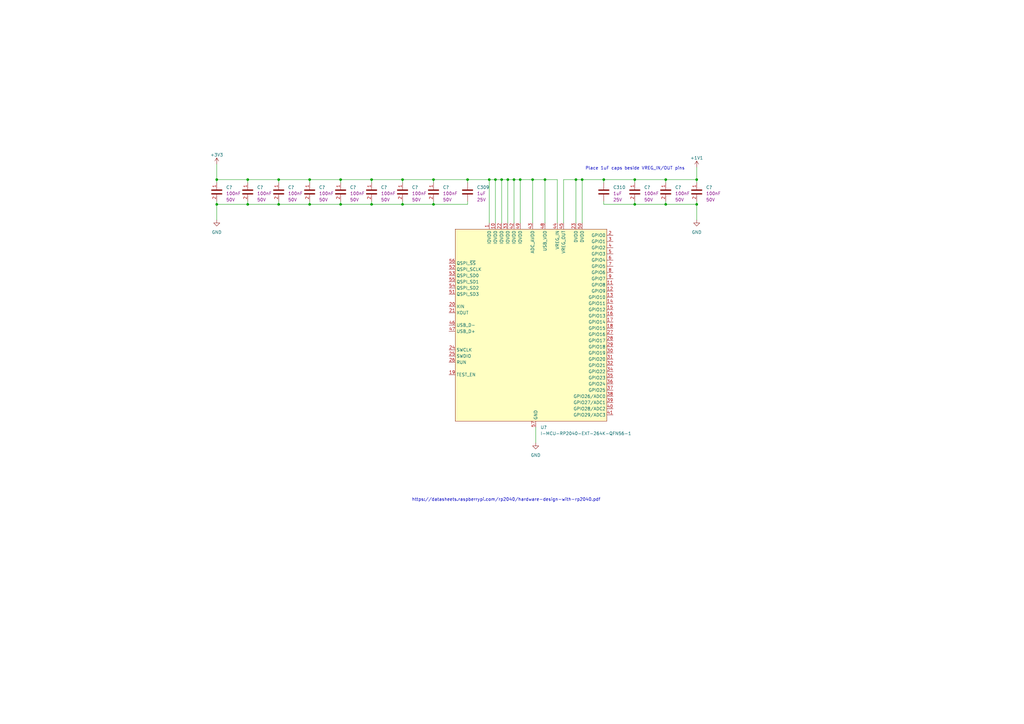
<source format=kicad_sch>
(kicad_sch (version 20230121) (generator eeschema)
  (paper "A3")
  (title_block (title "MCU") (rev "V1.0.0"))
  (lib_symbols
    (symbol "MKL-Capacitor:C-0603-100NF-50V-1"
      (property "Reference" "C" (at 2.54 2.54 0))
      (property "Capacitance" "100nF" (at 2.54 0 0))
      (property "Voltage Rating" "50V" (at 2.54 -2.54 0))
      (symbol "C-0603-100NF-50V-1_1_1"
        (polyline (pts (xy -2.032 -0.762) (xy 2.032 -0.762)) (stroke (width 0.508)))
        (polyline (pts (xy -2.032 0.762) (xy 2.032 0.762)) (stroke (width 0.508)))
        (pin passive line (at 0 3.81 270) (length 2.794) (name "~") (number "1"))
        (pin passive line (at 0 -3.81 90) (length 2.794) (name "~") (number "2"))
      )
    )
    (symbol "MKL-Capacitor:C-0603-1UF-25V-1" (pin_numbers hide)
      (property "Reference" "C" (at 2.54 2.54 0))
      (property "Capacitance" "1uF" (at 2.54 0 0))
      (property "Voltage Rating" "25V" (at 2.54 -2.54 0))
      (symbol "C-0603-1UF-25V-1_1_1"
        (polyline (pts (xy -2.032 -0.762) (xy 2.032 -0.762)) (stroke (width 0.508)))
        (polyline (pts (xy -2.032 0.762) (xy 2.032 0.762)) (stroke (width 0.508)))
        (pin passive line (at 0 3.81 270) (length 2.794) (name "~") (number "1"))
        (pin passive line (at 0 -3.81 90) (length 2.794) (name "~") (number "2"))
      )
    )
    (symbol "MKL-IC-MCU:I-MCU-RP2040-EXT-264K-QFN56-1"
      (property "Reference" "U" (at -59.69 43.18 0))
      (property "Value" "I-MCU-RP2040-EXT-264K-QFN56-1" (at -59.69 40.64 0))
      (symbol "I-MCU-RP2040-EXT-264K-QFN56-1_0_1"
        (rectangle (start -33.02 39.37) (end 29.21 -39.37) (fill (type background)))
      )
      (symbol "I-MCU-RP2040-EXT-264K-QFN56-1_1_1"
        (pin power_in line (at -19.05 41.91 270) (length 2.54) (name "IOVDD") (number "1"))
        (pin power_in line (at -16.51 41.91 270) (length 2.54) (name "IOVDD") (number "10"))
        (pin bidirectional line (at 31.75 16.51 180) (length 2.54) (name "GPIO8") (number "11"))
        (pin bidirectional line (at 31.75 13.97 180) (length 2.54) (name "GPIO9") (number "12"))
        (pin bidirectional line (at 31.75 11.43 180) (length 2.54) (name "GPIO10") (number "13"))
        (pin bidirectional line (at 31.75 8.89 180) (length 2.54) (name "GPIO11") (number "14"))
        (pin bidirectional line (at 31.75 6.35 180) (length 2.54) (name "GPIO12") (number "15"))
        (pin bidirectional line (at 31.75 3.81 180) (length 2.54) (name "GPIO13") (number "16"))
        (pin bidirectional line (at 31.75 1.27 180) (length 2.54) (name "GPIO14") (number "17"))
        (pin bidirectional line (at 31.75 -1.27 180) (length 2.54) (name "GPIO15") (number "18"))
        (pin passive line (at -35.56 -20.32 0) (length 2.54) (name "TEST_EN") (number "19"))
        (pin bidirectional line (at 31.75 36.83 180) (length 2.54) (name "GPIO0") (number "2"))
        (pin passive line (at -35.56 7.62 0) (length 2.54) (name "XIN") (number "20"))
        (pin passive line (at -35.56 5.08 0) (length 2.54) (name "XOUT") (number "21"))
        (pin power_in line (at -13.97 41.91 270) (length 2.54) (name "IOVDD") (number "22"))
        (pin power_in line (at 16.51 41.91 270) (length 2.54) (name "DVDD") (number "23"))
        (pin input line (at -35.56 -10.16 0) (length 2.54) (name "SWCLK") (number "24"))
        (pin bidirectional line (at -35.56 -12.7 0) (length 2.54) (name "SWDIO") (number "25"))
        (pin input line (at -35.56 -15.24 0) (length 2.54) (name "RUN") (number "26"))
        (pin bidirectional line (at 31.75 -3.81 180) (length 2.54) (name "GPIO16") (number "27"))
        (pin bidirectional line (at 31.75 -6.35 180) (length 2.54) (name "GPIO17") (number "28"))
        (pin bidirectional line (at 31.75 -8.89 180) (length 2.54) (name "GPIO18") (number "29"))
        (pin bidirectional line (at 31.75 34.29 180) (length 2.54) (name "GPIO1") (number "3"))
        (pin bidirectional line (at 31.75 -11.43 180) (length 2.54) (name "GPIO19") (number "30"))
        (pin bidirectional line (at 31.75 -13.97 180) (length 2.54) (name "GPIO20") (number "31"))
        (pin bidirectional line (at 31.75 -16.51 180) (length 2.54) (name "GPIO21") (number "32"))
        (pin power_in line (at -11.43 41.91 270) (length 2.54) (name "IOVDD") (number "33"))
        (pin bidirectional line (at 31.75 -19.05 180) (length 2.54) (name "GPIO22") (number "34"))
        (pin bidirectional line (at 31.75 -21.59 180) (length 2.54) (name "GPIO23") (number "35"))
        (pin bidirectional line (at 31.75 -24.13 180) (length 2.54) (name "GPIO24") (number "36"))
        (pin bidirectional line (at 31.75 -26.67 180) (length 2.54) (name "GPIO25") (number "37"))
        (pin bidirectional line (at 31.75 -29.21 180) (length 2.54) (name "GPIO26/ADC0") (number "38"))
        (pin bidirectional line (at 31.75 -31.75 180) (length 2.54) (name "GPIO27/ADC1") (number "39"))
        (pin bidirectional line (at 31.75 31.75 180) (length 2.54) (name "GPIO2") (number "4"))
        (pin bidirectional line (at 31.75 -34.29 180) (length 2.54) (name "GPIO28/ADC2") (number "40"))
        (pin bidirectional line (at 31.75 -36.83 180) (length 2.54) (name "GPIO29/ADC3") (number "41"))
        (pin power_in line (at -8.89 41.91 270) (length 2.54) (name "IOVDD") (number "42"))
        (pin power_in line (at -1.27 41.91 270) (length 2.54) (name "ADC_AVDD") (number "43"))
        (pin power_in line (at 8.89 41.91 270) (length 2.54) (name "VREG_IN") (number "44"))
        (pin power_in line (at 11.43 41.91 270) (length 2.54) (name "VREG_OUT") (number "45"))
        (pin bidirectional line (at -35.56 0 0) (length 2.54) (name "USB_D-") (number "46"))
        (pin bidirectional line (at -35.56 -2.54 0) (length 2.54) (name "USB_D+") (number "47"))
        (pin power_in line (at 3.81 41.91 270) (length 2.54) (name "USB_VDD") (number "48"))
        (pin power_in line (at -6.35 41.91 270) (length 2.54) (name "IOVDD") (number "49"))
        (pin bidirectional line (at 31.75 29.21 180) (length 2.54) (name "GPIO3") (number "5"))
        (pin power_in line (at 19.05 41.91 270) (length 2.54) (name "DVDD") (number "50"))
        (pin bidirectional line (at -35.56 12.7 0) (length 2.54) (name "QSPI_SD3") (number "51"))
        (pin output line (at -35.56 22.86 0) (length 2.54) (name "QSPI_SCLK") (number "52"))
        (pin bidirectional line (at -35.56 20.32 0) (length 2.54) (name "QSPI_SD0") (number "53"))
        (pin bidirectional line (at -35.56 15.24 0) (length 2.54) (name "QSPI_SD2") (number "54"))
        (pin bidirectional line (at -35.56 17.78 0) (length 2.54) (name "QSPI_SD1") (number "55"))
        (pin output line (at -35.56 25.4 0) (length 2.54) (name "QSPI_~{SS}") (number "56"))
        (pin power_in line (at 0 -41.91 90) (length 2.54) (name "GND") (number "57"))
        (pin bidirectional line (at 31.75 26.67 180) (length 2.54) (name "GPIO4") (number "6"))
        (pin bidirectional line (at 31.75 24.13 180) (length 2.54) (name "GPIO5") (number "7"))
        (pin bidirectional line (at 31.75 21.59 180) (length 2.54) (name "GPIO6") (number "8"))
        (pin bidirectional line (at 31.75 19.05 180) (length 2.54) (name "GPIO7") (number "9"))
      )
    )
    (symbol "power:+1V1" (power) (pin_names (offset 0))
      (property "Value" "+1V1" (at 0 3.556 0))
      (symbol "+1V1_0_1"
        (polyline (pts (xy -0.762 1.27) (xy 0 2.54)))
        (polyline (pts (xy 0 0) (xy 0 2.54)))
        (polyline (pts (xy 0 2.54) (xy 0.762 1.27)))
      )
      (symbol "+1V1_1_1"
        (pin power_in line (at 0 0 90) (length 0) hide (name "+1V1") (number "1"))
      )
    )
    (symbol "power:+3V3" (power) (pin_names (offset 0))
      (property "Value" "+3V3" (at 0 3.556 0))
      (symbol "+3V3_0_1"
        (polyline (pts (xy -0.762 1.27) (xy 0 2.54)))
        (polyline (pts (xy 0 0) (xy 0 2.54)))
        (polyline (pts (xy 0 2.54) (xy 0.762 1.27)))
      )
      (symbol "+3V3_1_1"
        (pin power_in line (at 0 0 90) (length 0) hide (name "+3V3") (number "1"))
      )
    )
    (symbol "power:GND" (power) (pin_names (offset 0))
      (property "Value" "GND" (at 0 -3.81 0))
      (symbol "GND_0_1"
        (polyline (pts (xy 0 0) (xy 0 -1.27) (xy 1.27 -1.27) (xy 0 -2.54) (xy -1.27 -1.27) (xy 0 -1.27)))
      )
      (symbol "GND_1_1"
        (pin power_in line (at 0 0 270) (length 0) hide (name "GND") (number "1"))
      )
    )
  )
  (junction (at 273.05 73.66))
  (junction (at 152.4 83.82))
  (junction (at 177.8 83.82))
  (junction (at 213.36 73.66))
  (junction (at 218.44 73.66))
  (junction (at 127 73.66))
  (junction (at 101.6 73.66))
  (junction (at 165.1 73.66))
  (junction (at 88.9 73.66))
  (junction (at 88.9 83.82))
  (junction (at 205.74 73.66))
  (junction (at 285.75 73.66))
  (junction (at 210.82 73.66))
  (junction (at 191.77 73.66))
  (junction (at 208.28 73.66))
  (junction (at 247.65 73.66))
  (junction (at 260.35 83.82))
  (junction (at 139.7 83.82))
  (junction (at 285.75 83.82))
  (junction (at 223.52 73.66))
  (junction (at 114.3 83.82))
  (junction (at 139.7 73.66))
  (junction (at 127 83.82))
  (junction (at 260.35 73.66))
  (junction (at 200.66 73.66))
  (junction (at 273.05 83.82))
  (junction (at 152.4 73.66))
  (junction (at 101.6 83.82))
  (junction (at 165.1 83.82))
  (junction (at 203.2 73.66))
  (junction (at 114.3 73.66))
  (junction (at 236.22 73.66))
  (junction (at 177.8 73.66))
  (junction (at 238.76 73.66))
  (wire (pts (xy 205.74 73.66) (xy 208.28 73.66)))
  (wire (pts (xy 210.82 73.66) (xy 213.36 73.66)))
  (wire (pts (xy 127 82.55) (xy 127 83.82)))
  (wire (pts (xy 139.7 82.55) (xy 139.7 83.82)))
  (wire (pts (xy 247.65 74.93) (xy 247.65 73.66)))
  (wire (pts (xy 114.3 83.82) (xy 101.6 83.82)))
  (wire (pts (xy 127 73.66) (xy 114.3 73.66)))
  (wire (pts (xy 223.52 73.66) (xy 228.6 73.66)))
  (wire (pts (xy 285.75 74.93) (xy 285.75 73.66)))
  (wire (pts (xy 203.2 73.66) (xy 205.74 73.66)))
  (wire (pts (xy 210.82 73.66) (xy 210.82 91.44)))
  (wire (pts (xy 208.28 73.66) (xy 208.28 91.44)))
  (wire (pts (xy 101.6 73.66) (xy 88.9 73.66)))
  (wire (pts (xy 213.36 73.66) (xy 218.44 73.66)))
  (wire (pts (xy 152.4 74.93) (xy 152.4 73.66)))
  (wire (pts (xy 260.35 73.66) (xy 247.65 73.66)))
  (wire (pts (xy 260.35 83.82) (xy 247.65 83.82)))
  (wire (pts (xy 165.1 73.66) (xy 152.4 73.66)))
  (wire (pts (xy 285.75 83.82) (xy 273.05 83.82)))
  (wire (pts (xy 205.74 73.66) (xy 205.74 91.44)))
  (wire (pts (xy 177.8 73.66) (xy 165.1 73.66)))
  (wire (pts (xy 260.35 82.55) (xy 260.35 83.82)))
  (wire (pts (xy 88.9 83.82) (xy 88.9 90.17)))
  (wire (pts (xy 231.14 73.66) (xy 236.22 73.66)))
  (wire (pts (xy 101.6 82.55) (xy 101.6 83.82)))
  (wire (pts (xy 231.14 91.44) (xy 231.14 73.66)))
  (wire (pts (xy 177.8 83.82) (xy 165.1 83.82)))
  (wire (pts (xy 152.4 73.66) (xy 139.7 73.66)))
  (wire (pts (xy 218.44 73.66) (xy 223.52 73.66)))
  (wire (pts (xy 152.4 83.82) (xy 139.7 83.82)))
  (wire (pts (xy 101.6 83.82) (xy 88.9 83.82)))
  (wire (pts (xy 177.8 82.55) (xy 177.8 83.82)))
  (wire (pts (xy 165.1 83.82) (xy 152.4 83.82)))
  (wire (pts (xy 273.05 83.82) (xy 260.35 83.82)))
  (wire (pts (xy 219.71 175.26) (xy 219.71 181.61)))
  (wire (pts (xy 165.1 74.93) (xy 165.1 73.66)))
  (wire (pts (xy 238.76 73.66) (xy 238.76 91.44)))
  (wire (pts (xy 285.75 82.55) (xy 285.75 83.82)))
  (wire (pts (xy 200.66 73.66) (xy 203.2 73.66)))
  (wire (pts (xy 139.7 83.82) (xy 127 83.82)))
  (wire (pts (xy 285.75 68.58) (xy 285.75 73.66)))
  (wire (pts (xy 208.28 73.66) (xy 210.82 73.66)))
  (wire (pts (xy 114.3 74.93) (xy 114.3 73.66)))
  (wire (pts (xy 177.8 74.93) (xy 177.8 73.66)))
  (wire (pts (xy 191.77 73.66) (xy 191.77 74.93)))
  (wire (pts (xy 114.3 82.55) (xy 114.3 83.82)))
  (wire (pts (xy 191.77 73.66) (xy 200.66 73.66)))
  (wire (pts (xy 88.9 73.66) (xy 88.9 74.93)))
  (wire (pts (xy 273.05 73.66) (xy 260.35 73.66)))
  (wire (pts (xy 273.05 82.55) (xy 273.05 83.82)))
  (wire (pts (xy 285.75 73.66) (xy 273.05 73.66)))
  (wire (pts (xy 236.22 73.66) (xy 238.76 73.66)))
  (wire (pts (xy 165.1 82.55) (xy 165.1 83.82)))
  (wire (pts (xy 260.35 74.93) (xy 260.35 73.66)))
  (wire (pts (xy 218.44 91.44) (xy 218.44 73.66)))
  (wire (pts (xy 127 83.82) (xy 114.3 83.82)))
  (wire (pts (xy 247.65 82.55) (xy 247.65 83.82)))
  (wire (pts (xy 238.76 73.66) (xy 247.65 73.66)))
  (wire (pts (xy 152.4 82.55) (xy 152.4 83.82)))
  (wire (pts (xy 88.9 82.55) (xy 88.9 83.82)))
  (wire (pts (xy 236.22 73.66) (xy 236.22 91.44)))
  (wire (pts (xy 223.52 73.66) (xy 223.52 91.44)))
  (wire (pts (xy 114.3 73.66) (xy 101.6 73.66)))
  (wire (pts (xy 101.6 74.93) (xy 101.6 73.66)))
  (wire (pts (xy 88.9 67.31) (xy 88.9 73.66)))
  (wire (pts (xy 191.77 83.82) (xy 177.8 83.82)))
  (wire (pts (xy 203.2 73.66) (xy 203.2 91.44)))
  (wire (pts (xy 177.8 73.66) (xy 191.77 73.66)))
  (wire (pts (xy 127 74.93) (xy 127 73.66)))
  (wire (pts (xy 139.7 74.93) (xy 139.7 73.66)))
  (wire (pts (xy 228.6 73.66) (xy 228.6 91.44)))
  (wire (pts (xy 200.66 73.66) (xy 200.66 91.44)))
  (wire (pts (xy 273.05 74.93) (xy 273.05 73.66)))
  (wire (pts (xy 191.77 82.55) (xy 191.77 83.82)))
  (wire (pts (xy 139.7 73.66) (xy 127 73.66)))
  (wire (pts (xy 213.36 73.66) (xy 213.36 91.44)))
  (wire (pts (xy 285.75 83.82) (xy 285.75 90.17)))
  (text "https://datasheets.raspberrypi.com/rp2040/hardware-design-with-rp2040.pdf" (at 168.91 205.74 0) (effects (font (size 1.27 1.27)) (justify left bottom)))
  (text "Place 1uF caps beside VREG_IN/OUT pins" (at 240.03 69.85 0) (effects (font (size 1.27 1.27)) (justify left bottom)))
  (symbol (lib_id "MKL-Capacitor:C-0603-100NF-50V-1") (at 285.75 78.74 0) (unit 1)
    (property "Reference" "C?" (at 289.56 76.835 0) (effects (justify left)))
    (property "Value" "C-0603-100NF-50V-1" (effects hide))
    (property "Footprint" "MKL-Capacitor:C_0603_1608Metric" (effects hide))
    (property "Datasheet" "https://weblib.samsungsem.com/mlcc/mlcc-ec-data-sheet.do?partNumber=CL10B104KB8NNN" (effects hide))
    (property "Manufacturer" "Samsung Electro-Mechanics" (effects hide))
    (property "Manufacturer Part Number" "CL10B104KB8NNNC" (effects hide))
    (property "Supplier" "DigiKey" (effects hide))
    (property "Supplier Part Number" "1276-1000-1-ND" (effects hide))
    (property "Mounting" "SMD" (effects hide))
    (property "Substitution Category" "FREE" (effects hide))
    (property "Capacitance" "100nF" (at 289.56 79.375 0) (effects (justify left)))
    (property "Voltage Rating" "50V" (at 289.56 81.915 0) (effects (justify left)))
    (property "Dielectric Constant" "X7R" (effects hide))
    (instances (project "Synthetic-Fireflies" (path "" (reference "C?") (unit 1)) (path "" (reference "C313") (unit 1))))
  )
  (symbol (lib_id "MKL-IC-MCU:I-MCU-RP2040-EXT-264K-QFN56-1") (at 219.71 133.35 0) (unit 1)
    (property "Reference" "U?" (at 221.6659 175.26 0) (effects (justify left)))
    (property "Value" "I-MCU-RP2040-EXT-264K-QFN56-1" (at 221.6659 177.8 0) (effects (justify left)))
    (property "Footprint" "MKL-QFN:QFN-56_1EP_7x7mm_P0.5mm" (effects hide))
    (property "Datasheet" "https://datasheets.raspberrypi.com/rp2040/rp2040-datasheet.pdf" (effects hide))
    (property "Manufacturer" "Raspberry Pi" (effects hide))
    (property "Manufacturer Part Number" "SC0914(13)" (effects hide))
    (property "Supplier" "DigiKey" (effects hide))
    (property "Supplier Part Number" "2648-SC0914(13)CT-ND" (effects hide))
    (property "Mounting" "SMD" (effects hide))
    (property "Substitution Category" "ASK" (effects hide))
    (instances (project "Synthetic-Fireflies" (path "" (reference "U?") (unit 1)) (path "" (reference "U301") (unit 1))))
  )
  (symbol (lib_id "power:+1V1") (at 285.75 68.58 0) (unit 1)
    (property "Reference" "#PWR?" (effects hide))
    (property "Value" "+1V1" (at 285.75 64.77 0))
    (instances (project "Synthetic-Fireflies" (path "" (reference "#PWR?") (unit 1)) (path "" (reference "#PWR0302") (unit 1))))
  )
  (symbol (lib_id "MKL-Capacitor:C-0603-1UF-25V-1") (at 247.65 78.74 0) (unit 1)
    (property "Reference" "C310" (at 251.46 76.835 0) (effects (justify left)))
    (property "Value" "C-0603-1UF-25V-1" (effects hide))
    (property "Footprint" "MKL-Capacitor:C_0603_1608Metric" (effects hide))
    (property "Datasheet" "https://weblib.samsungsem.com/mlcc/mlcc-ec-data-sheet.do?partNumber=CL10A105KA8NNN" (effects hide))
    (property "Manufacturer" "Samsung Electro-Mechanics" (effects hide))
    (property "Manufacturer Part Number" "CL10A105KA8NNNC" (effects hide))
    (property "Supplier" "DigiKey" (effects hide))
    (property "Supplier Part Number" "1276-1102-1-ND" (effects hide))
    (property "Mounting" "SMD" (effects hide))
    (property "Substitution Category" "FREE" (effects hide))
    (property "Capacitance" "1uF" (at 251.46 79.375 0) (effects (justify left)))
    (property "Voltage Rating" "25V" (at 251.46 81.915 0) (effects (justify left)))
    (property "Dielectric Constant" "X5R" (effects hide))
  )
  (symbol (lib_id "power:GND") (at 219.71 181.61 0) (unit 1)
    (property "Reference" "#PWR?" (effects hide))
    (property "Value" "GND" (at 219.71 186.69 0))
    (instances (project "Synthetic-Fireflies" (path "" (reference "#PWR?") (unit 1)) (path "" (reference "#PWR0305") (unit 1))))
  )
  (symbol (lib_id "MKL-Capacitor:C-0603-100NF-50V-1") (at 273.05 78.74 0) (unit 1)
    (property "Reference" "C?" (at 276.86 76.835 0) (effects (justify left)))
    (property "Value" "C-0603-100NF-50V-1" (effects hide))
    (property "Footprint" "MKL-Capacitor:C_0603_1608Metric" (effects hide))
    (property "Datasheet" "https://weblib.samsungsem.com/mlcc/mlcc-ec-data-sheet.do?partNumber=CL10B104KB8NNN" (effects hide))
    (property "Manufacturer" "Samsung Electro-Mechanics" (effects hide))
    (property "Manufacturer Part Number" "CL10B104KB8NNNC" (effects hide))
    (property "Supplier" "DigiKey" (effects hide))
    (property "Supplier Part Number" "1276-1000-1-ND" (effects hide))
    (property "Mounting" "SMD" (effects hide))
    (property "Substitution Category" "FREE" (effects hide))
    (property "Capacitance" "100nF" (at 276.86 79.375 0) (effects (justify left)))
    (property "Voltage Rating" "50V" (at 276.86 81.915 0) (effects (justify left)))
    (property "Dielectric Constant" "X7R" (effects hide))
    (instances (project "Synthetic-Fireflies" (path "" (reference "C?") (unit 1)) (path "" (reference "C312") (unit 1))))
  )
  (symbol (lib_id "MKL-Capacitor:C-0603-100NF-50V-1") (at 152.4 78.74 0) (unit 1)
    (property "Reference" "C?" (at 156.21 76.835 0) (effects (justify left)))
    (property "Value" "C-0603-100NF-50V-1" (effects hide))
    (property "Footprint" "MKL-Capacitor:C_0603_1608Metric" (effects hide))
    (property "Datasheet" "https://weblib.samsungsem.com/mlcc/mlcc-ec-data-sheet.do?partNumber=CL10B104KB8NNN" (effects hide))
    (property "Manufacturer" "Samsung Electro-Mechanics" (effects hide))
    (property "Manufacturer Part Number" "CL10B104KB8NNNC" (effects hide))
    (property "Supplier" "DigiKey" (effects hide))
    (property "Supplier Part Number" "1276-1000-1-ND" (effects hide))
    (property "Mounting" "SMD" (effects hide))
    (property "Substitution Category" "FREE" (effects hide))
    (property "Capacitance" "100nF" (at 156.21 79.375 0) (effects (justify left)))
    (property "Voltage Rating" "50V" (at 156.21 81.915 0) (effects (justify left)))
    (property "Dielectric Constant" "X7R" (effects hide))
    (instances (project "Synthetic-Fireflies" (path "" (reference "C?") (unit 1)) (path "" (reference "C306") (unit 1))))
  )
  (symbol (lib_id "power:+3V3") (at 88.9 67.31 0) (unit 1)
    (property "Reference" "#PWR?" (effects hide))
    (property "Value" "+3V3" (at 88.9 63.5 0))
    (instances (project "Synthetic-Fireflies" (path "" (reference "#PWR?") (unit 1)) (path "" (reference "#PWR0301") (unit 1))))
  )
  (symbol (lib_id "MKL-Capacitor:C-0603-100NF-50V-1") (at 127 78.74 0) (unit 1)
    (property "Reference" "C?" (at 130.81 76.835 0) (effects (justify left)))
    (property "Value" "C-0603-100NF-50V-1" (effects hide))
    (property "Footprint" "MKL-Capacitor:C_0603_1608Metric" (effects hide))
    (property "Datasheet" "https://weblib.samsungsem.com/mlcc/mlcc-ec-data-sheet.do?partNumber=CL10B104KB8NNN" (effects hide))
    (property "Manufacturer" "Samsung Electro-Mechanics" (effects hide))
    (property "Manufacturer Part Number" "CL10B104KB8NNNC" (effects hide))
    (property "Supplier" "DigiKey" (effects hide))
    (property "Supplier Part Number" "1276-1000-1-ND" (effects hide))
    (property "Mounting" "SMD" (effects hide))
    (property "Substitution Category" "FREE" (effects hide))
    (property "Capacitance" "100nF" (at 130.81 79.375 0) (effects (justify left)))
    (property "Voltage Rating" "50V" (at 130.81 81.915 0) (effects (justify left)))
    (property "Dielectric Constant" "X7R" (effects hide))
    (instances (project "Synthetic-Fireflies" (path "" (reference "C?") (unit 1)) (path "" (reference "C304") (unit 1))))
  )
  (symbol (lib_id "power:GND") (at 88.9 90.17 0) (unit 1)
    (property "Reference" "#PWR?" (effects hide))
    (property "Value" "GND" (at 88.9 95.25 0))
    (instances (project "Synthetic-Fireflies" (path "" (reference "#PWR?") (unit 1)) (path "" (reference "#PWR0303") (unit 1))))
  )
  (symbol (lib_id "power:GND") (at 285.75 90.17 0) (unit 1)
    (property "Reference" "#PWR?" (effects hide))
    (property "Value" "GND" (at 285.75 95.25 0))
    (instances (project "Synthetic-Fireflies" (path "" (reference "#PWR?") (unit 1)) (path "" (reference "#PWR0304") (unit 1))))
  )
  (symbol (lib_id "MKL-Capacitor:C-0603-100NF-50V-1") (at 177.8 78.74 0) (unit 1)
    (property "Reference" "C?" (at 181.61 76.835 0) (effects (justify left)))
    (property "Value" "C-0603-100NF-50V-1" (effects hide))
    (property "Footprint" "MKL-Capacitor:C_0603_1608Metric" (effects hide))
    (property "Datasheet" "https://weblib.samsungsem.com/mlcc/mlcc-ec-data-sheet.do?partNumber=CL10B104KB8NNN" (effects hide))
    (property "Manufacturer" "Samsung Electro-Mechanics" (effects hide))
    (property "Manufacturer Part Number" "CL10B104KB8NNNC" (effects hide))
    (property "Supplier" "DigiKey" (effects hide))
    (property "Supplier Part Number" "1276-1000-1-ND" (effects hide))
    (property "Mounting" "SMD" (effects hide))
    (property "Substitution Category" "FREE" (effects hide))
    (property "Capacitance" "100nF" (at 181.61 79.375 0) (effects (justify left)))
    (property "Voltage Rating" "50V" (at 181.61 81.915 0) (effects (justify left)))
    (property "Dielectric Constant" "X7R" (effects hide))
    (instances (project "Synthetic-Fireflies" (path "" (reference "C?") (unit 1)) (path "" (reference "C308") (unit 1))))
  )
  (symbol (lib_id "MKL-Capacitor:C-0603-100NF-50V-1") (at 165.1 78.74 0) (unit 1)
    (property "Reference" "C?" (at 168.91 76.835 0) (effects (justify left)))
    (property "Value" "C-0603-100NF-50V-1" (effects hide))
    (property "Footprint" "MKL-Capacitor:C_0603_1608Metric" (effects hide))
    (property "Datasheet" "https://weblib.samsungsem.com/mlcc/mlcc-ec-data-sheet.do?partNumber=CL10B104KB8NNN" (effects hide))
    (property "Manufacturer" "Samsung Electro-Mechanics" (effects hide))
    (property "Manufacturer Part Number" "CL10B104KB8NNNC" (effects hide))
    (property "Supplier" "DigiKey" (effects hide))
    (property "Supplier Part Number" "1276-1000-1-ND" (effects hide))
    (property "Mounting" "SMD" (effects hide))
    (property "Substitution Category" "FREE" (effects hide))
    (property "Capacitance" "100nF" (at 168.91 79.375 0) (effects (justify left)))
    (property "Voltage Rating" "50V" (at 168.91 81.915 0) (effects (justify left)))
    (property "Dielectric Constant" "X7R" (effects hide))
    (instances (project "Synthetic-Fireflies" (path "" (reference "C?") (unit 1)) (path "" (reference "C307") (unit 1))))
  )
  (symbol (lib_id "MKL-Capacitor:C-0603-100NF-50V-1") (at 114.3 78.74 0) (unit 1)
    (property "Reference" "C?" (at 118.11 76.835 0) (effects (justify left)))
    (property "Value" "C-0603-100NF-50V-1" (effects hide))
    (property "Footprint" "MKL-Capacitor:C_0603_1608Metric" (effects hide))
    (property "Datasheet" "https://weblib.samsungsem.com/mlcc/mlcc-ec-data-sheet.do?partNumber=CL10B104KB8NNN" (effects hide))
    (property "Manufacturer" "Samsung Electro-Mechanics" (effects hide))
    (property "Manufacturer Part Number" "CL10B104KB8NNNC" (effects hide))
    (property "Supplier" "DigiKey" (effects hide))
    (property "Supplier Part Number" "1276-1000-1-ND" (effects hide))
    (property "Mounting" "SMD" (effects hide))
    (property "Substitution Category" "FREE" (effects hide))
    (property "Capacitance" "100nF" (at 118.11 79.375 0) (effects (justify left)))
    (property "Voltage Rating" "50V" (at 118.11 81.915 0) (effects (justify left)))
    (property "Dielectric Constant" "X7R" (effects hide))
    (instances (project "Synthetic-Fireflies" (path "" (reference "C?") (unit 1)) (path "" (reference "C303") (unit 1))))
  )
  (symbol (lib_id "MKL-Capacitor:C-0603-100NF-50V-1") (at 260.35 78.74 0) (unit 1)
    (property "Reference" "C?" (at 264.16 76.835 0) (effects (justify left)))
    (property "Value" "C-0603-100NF-50V-1" (effects hide))
    (property "Footprint" "MKL-Capacitor:C_0603_1608Metric" (effects hide))
    (property "Datasheet" "https://weblib.samsungsem.com/mlcc/mlcc-ec-data-sheet.do?partNumber=CL10B104KB8NNN" (effects hide))
    (property "Manufacturer" "Samsung Electro-Mechanics" (effects hide))
    (property "Manufacturer Part Number" "CL10B104KB8NNNC" (effects hide))
    (property "Supplier" "DigiKey" (effects hide))
    (property "Supplier Part Number" "1276-1000-1-ND" (effects hide))
    (property "Mounting" "SMD" (effects hide))
    (property "Substitution Category" "FREE" (effects hide))
    (property "Capacitance" "100nF" (at 264.16 79.375 0) (effects (justify left)))
    (property "Voltage Rating" "50V" (at 264.16 81.915 0) (effects (justify left)))
    (property "Dielectric Constant" "X7R" (effects hide))
    (instances (project "Synthetic-Fireflies" (path "" (reference "C?") (unit 1)) (path "" (reference "C311") (unit 1))))
  )
  (symbol (lib_id "MKL-Capacitor:C-0603-1UF-25V-1") (at 191.77 78.74 0) (unit 1)
    (property "Reference" "C309" (at 195.58 76.835 0) (effects (justify left)))
    (property "Value" "C-0603-1UF-25V-1" (effects hide))
    (property "Footprint" "MKL-Capacitor:C_0603_1608Metric" (effects hide))
    (property "Datasheet" "https://weblib.samsungsem.com/mlcc/mlcc-ec-data-sheet.do?partNumber=CL10A105KA8NNN" (effects hide))
    (property "Manufacturer" "Samsung Electro-Mechanics" (effects hide))
    (property "Manufacturer Part Number" "CL10A105KA8NNNC" (effects hide))
    (property "Supplier" "DigiKey" (effects hide))
    (property "Supplier Part Number" "1276-1102-1-ND" (effects hide))
    (property "Mounting" "SMD" (effects hide))
    (property "Substitution Category" "FREE" (effects hide))
    (property "Capacitance" "1uF" (at 195.58 79.375 0) (effects (justify left)))
    (property "Voltage Rating" "25V" (at 195.58 81.915 0) (effects (justify left)))
    (property "Dielectric Constant" "X5R" (effects hide))
  )
  (symbol (lib_id "MKL-Capacitor:C-0603-100NF-50V-1") (at 101.6 78.74 0) (unit 1)
    (property "Reference" "C?" (at 105.41 76.835 0) (effects (justify left)))
    (property "Value" "C-0603-100NF-50V-1" (effects hide))
    (property "Footprint" "MKL-Capacitor:C_0603_1608Metric" (effects hide))
    (property "Datasheet" "https://weblib.samsungsem.com/mlcc/mlcc-ec-data-sheet.do?partNumber=CL10B104KB8NNN" (effects hide))
    (property "Manufacturer" "Samsung Electro-Mechanics" (effects hide))
    (property "Manufacturer Part Number" "CL10B104KB8NNNC" (effects hide))
    (property "Supplier" "DigiKey" (effects hide))
    (property "Supplier Part Number" "1276-1000-1-ND" (effects hide))
    (property "Mounting" "SMD" (effects hide))
    (property "Substitution Category" "FREE" (effects hide))
    (property "Capacitance" "100nF" (at 105.41 79.375 0) (effects (justify left)))
    (property "Voltage Rating" "50V" (at 105.41 81.915 0) (effects (justify left)))
    (property "Dielectric Constant" "X7R" (effects hide))
    (instances (project "Synthetic-Fireflies" (path "" (reference "C?") (unit 1)) (path "" (reference "C302") (unit 1))))
  )
  (symbol (lib_id "MKL-Capacitor:C-0603-100NF-50V-1") (at 88.9 78.74 0) (unit 1)
    (property "Reference" "C?" (at 92.71 76.835 0) (effects (justify left)))
    (property "Value" "C-0603-100NF-50V-1" (effects hide))
    (property "Footprint" "MKL-Capacitor:C_0603_1608Metric" (effects hide))
    (property "Datasheet" "https://weblib.samsungsem.com/mlcc/mlcc-ec-data-sheet.do?partNumber=CL10B104KB8NNN" (effects hide))
    (property "Manufacturer" "Samsung Electro-Mechanics" (effects hide))
    (property "Manufacturer Part Number" "CL10B104KB8NNNC" (effects hide))
    (property "Supplier" "DigiKey" (effects hide))
    (property "Supplier Part Number" "1276-1000-1-ND" (effects hide))
    (property "Mounting" "SMD" (effects hide))
    (property "Substitution Category" "FREE" (effects hide))
    (property "Capacitance" "100nF" (at 92.71 79.375 0) (effects (justify left)))
    (property "Voltage Rating" "50V" (at 92.71 81.915 0) (effects (justify left)))
    (property "Dielectric Constant" "X7R" (effects hide))
    (instances (project "Synthetic-Fireflies" (path "" (reference "C?") (unit 1)) (path "" (reference "C301") (unit 1))))
  )
  (symbol (lib_id "MKL-Capacitor:C-0603-100NF-50V-1") (at 139.7 78.74 0) (unit 1)
    (property "Reference" "C?" (at 143.51 76.835 0) (effects (justify left)))
    (property "Value" "C-0603-100NF-50V-1" (effects hide))
    (property "Footprint" "MKL-Capacitor:C_0603_1608Metric" (effects hide))
    (property "Datasheet" "https://weblib.samsungsem.com/mlcc/mlcc-ec-data-sheet.do?partNumber=CL10B104KB8NNN" (effects hide))
    (property "Manufacturer" "Samsung Electro-Mechanics" (effects hide))
    (property "Manufacturer Part Number" "CL10B104KB8NNNC" (effects hide))
    (property "Supplier" "DigiKey" (effects hide))
    (property "Supplier Part Number" "1276-1000-1-ND" (effects hide))
    (property "Mounting" "SMD" (effects hide))
    (property "Substitution Category" "FREE" (effects hide))
    (property "Capacitance" "100nF" (at 143.51 79.375 0) (effects (justify left)))
    (property "Voltage Rating" "50V" (at 143.51 81.915 0) (effects (justify left)))
    (property "Dielectric Constant" "X7R" (effects hide))
    (instances (project "Synthetic-Fireflies" (path "" (reference "C?") (unit 1)) (path "" (reference "C305") (unit 1))))
  )
)
</source>
